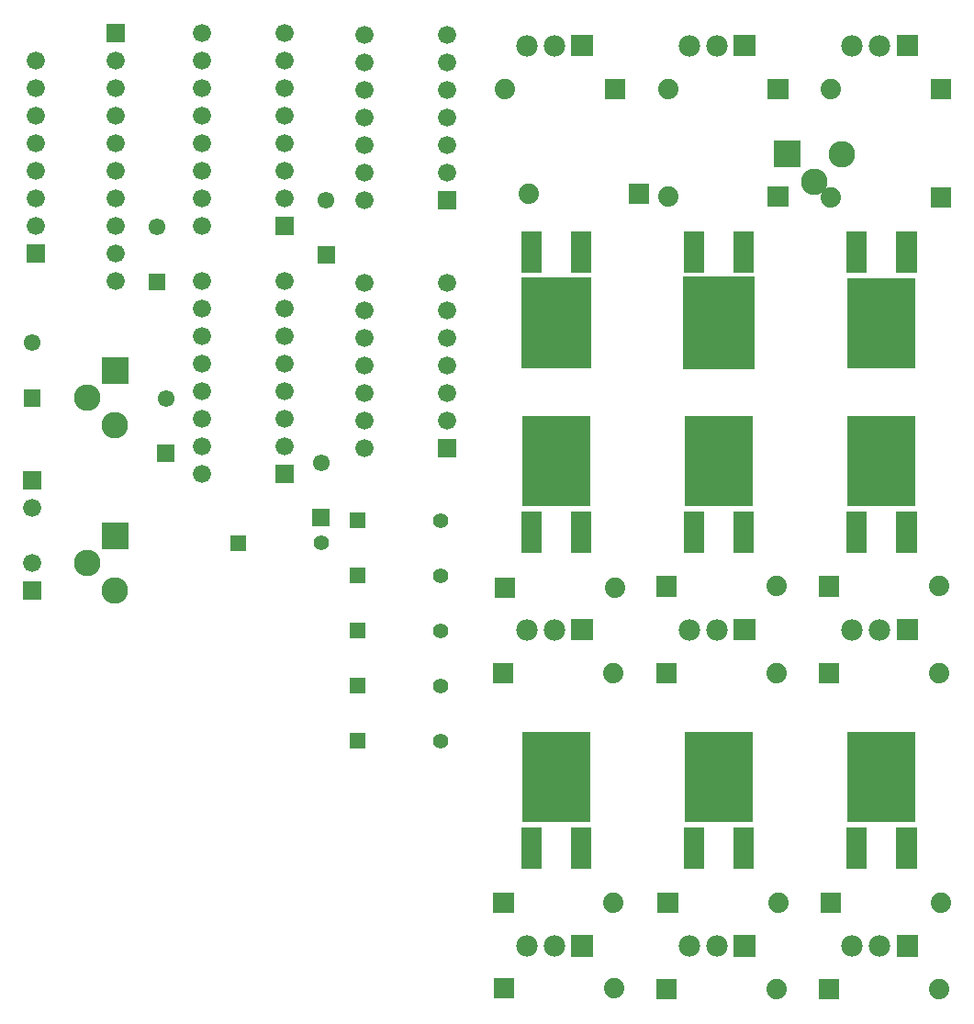
<source format=gts>
G04 start of page 5 for group -4063 idx -4063 *
G04 Title: (unknown), componentmask *
G04 Creator: pcb 20110918 *
G04 CreationDate: Sat 30 Nov 2013 01:26:29 GMT UTC *
G04 For: ksarkies *
G04 Format: Gerber/RS-274X *
G04 PCB-Dimensions: 393701 393701 *
G04 PCB-Coordinate-Origin: lower left *
%MOIN*%
%FSLAX25Y25*%
%LNTOPMASK*%
%ADD93R,0.2528X0.2528*%
%ADD92R,0.2578X0.2578*%
%ADD91R,0.0746X0.0746*%
%ADD90R,0.2478X0.2478*%
%ADD89C,0.0740*%
%ADD88C,0.0780*%
%ADD87C,0.0560*%
%ADD86C,0.0960*%
%ADD85C,0.0610*%
%ADD84C,0.0001*%
%ADD83C,0.0660*%
G54D83*X60648Y344963D03*
Y334963D03*
Y324963D03*
Y314963D03*
G54D84*G36*
X57348Y378263D02*Y371663D01*
X63948D01*
Y378263D01*
X57348D01*
G37*
G54D83*X60648Y364963D03*
Y354963D03*
Y304963D03*
Y294963D03*
G54D84*G36*
X72541Y287775D02*Y281675D01*
X78641D01*
Y287775D01*
X72541D01*
G37*
G54D85*X75591Y304725D03*
G54D83*X60648Y284963D03*
G54D84*G36*
X55455Y257405D02*Y247805D01*
X65055D01*
Y257405D01*
X55455D01*
G37*
G54D86*X50255Y242605D03*
X60255Y232605D03*
G54D84*G36*
X26955Y215905D02*Y209305D01*
X33555D01*
Y215905D01*
X26955D01*
G37*
G54D83*X30255Y202605D03*
G54D84*G36*
X26955Y175905D02*Y169305D01*
X33555D01*
Y175905D01*
X26955D01*
G37*
G54D83*X30255Y182605D03*
G54D84*G36*
X27205Y245655D02*Y239555D01*
X33305D01*
Y245655D01*
X27205D01*
G37*
G54D85*X30255Y262605D03*
G54D84*G36*
X55455Y197405D02*Y187805D01*
X65055D01*
Y197405D01*
X55455D01*
G37*
G54D86*X50255Y182605D03*
X60255Y172605D03*
G54D84*G36*
X28134Y298263D02*Y291663D01*
X34734D01*
Y298263D01*
X28134D01*
G37*
G54D83*X31434Y304963D03*
Y314963D03*
Y324963D03*
Y334963D03*
Y344963D03*
Y354963D03*
Y364963D03*
G54D84*G36*
X102258Y192728D02*Y187128D01*
X107858D01*
Y192728D01*
X102258D01*
G37*
G54D87*X135058Y189928D03*
G54D84*G36*
X118451Y218267D02*Y211667D01*
X125051D01*
Y218267D01*
X118451D01*
G37*
G36*
X75690Y225570D02*Y219470D01*
X81790D01*
Y225570D01*
X75690D01*
G37*
G54D85*X78740Y242520D03*
G54D84*G36*
X131989Y202263D02*Y196163D01*
X138089D01*
Y202263D01*
X131989D01*
G37*
G54D85*X135039Y219213D03*
G54D83*X91751Y374967D03*
Y364967D03*
Y354967D03*
Y344967D03*
Y334967D03*
Y324967D03*
Y314967D03*
Y304967D03*
Y284967D03*
Y274967D03*
Y264967D03*
Y254967D03*
Y244967D03*
Y234967D03*
Y224967D03*
Y214967D03*
G54D84*G36*
X225961Y47607D02*Y39807D01*
X233761D01*
Y47607D01*
X225961D01*
G37*
G54D88*X219861Y43707D03*
X209861D03*
G54D84*G36*
X197893Y32053D02*Y24653D01*
X205293D01*
Y32053D01*
X197893D01*
G37*
G54D89*X241593Y28353D03*
G54D84*G36*
X197658Y63155D02*Y55755D01*
X205058D01*
Y63155D01*
X197658D01*
G37*
G36*
X198052Y177487D02*Y170087D01*
X205452D01*
Y177487D01*
X198052D01*
G37*
G36*
X145565Y180917D02*Y175317D01*
X151165D01*
Y180917D01*
X145565D01*
G37*
G54D87*X178365Y178117D03*
G54D84*G36*
X145565Y200917D02*Y195317D01*
X151165D01*
Y200917D01*
X145565D01*
G37*
G54D87*X178365Y198117D03*
G54D89*X241752Y173787D03*
X241160Y142622D03*
G54D84*G36*
X197460Y146322D02*Y138922D01*
X204860D01*
Y146322D01*
X197460D01*
G37*
G54D87*X178365Y118117D03*
Y138117D03*
Y158117D03*
G54D84*G36*
X145565Y120917D02*Y115317D01*
X151165D01*
Y120917D01*
X145565D01*
G37*
G36*
Y140917D02*Y135317D01*
X151165D01*
Y140917D01*
X145565D01*
G37*
G36*
Y160917D02*Y155317D01*
X151165D01*
Y160917D01*
X145565D01*
G37*
G36*
X225961Y162410D02*Y154610D01*
X233761D01*
Y162410D01*
X225961D01*
G37*
G54D88*X219861Y158510D03*
X209861D03*
G54D89*X241358Y59455D03*
G54D84*G36*
X316398Y63155D02*Y55755D01*
X323798D01*
Y63155D01*
X316398D01*
G37*
G54D89*X360098Y59455D03*
G54D84*G36*
X257343Y63155D02*Y55755D01*
X264743D01*
Y63155D01*
X257343D01*
G37*
G54D89*X301043Y59455D03*
G54D84*G36*
X256713Y31659D02*Y24259D01*
X264113D01*
Y31659D01*
X256713D01*
G37*
G54D89*X300413Y27959D03*
G54D84*G36*
X315768Y31659D02*Y24259D01*
X323168D01*
Y31659D01*
X315768D01*
G37*
G54D89*X359468Y27959D03*
G54D84*G36*
X285017Y47607D02*Y39807D01*
X292817D01*
Y47607D01*
X285017D01*
G37*
G54D88*X278917Y43707D03*
X268917D03*
G54D84*G36*
X344072Y47607D02*Y39807D01*
X351872D01*
Y47607D01*
X344072D01*
G37*
G54D88*X337972Y43707D03*
X327972D03*
G54D84*G36*
X256713Y177958D02*Y170558D01*
X264113D01*
Y177958D01*
X256713D01*
G37*
G36*
Y146462D02*Y139062D01*
X264113D01*
Y146462D01*
X256713D01*
G37*
G54D89*X300413Y174258D03*
G54D84*G36*
X315768Y177958D02*Y170558D01*
X323168D01*
Y177958D01*
X315768D01*
G37*
G54D89*X359468Y174258D03*
G54D84*G36*
X344072Y162410D02*Y154610D01*
X351872D01*
Y162410D01*
X344072D01*
G37*
G54D88*X337972Y158510D03*
X327972D03*
G54D84*G36*
X315768Y146462D02*Y139062D01*
X323168D01*
Y146462D01*
X315768D01*
G37*
G54D89*X359468Y142762D03*
G54D84*G36*
X285017Y162410D02*Y154610D01*
X292817D01*
Y162410D01*
X285017D01*
G37*
G54D89*X300413Y142762D03*
G54D88*X278917Y158510D03*
X268917D03*
G54D84*G36*
X118451Y308267D02*Y301667D01*
X125051D01*
Y308267D01*
X118451D01*
G37*
G54D83*X121751Y314967D03*
Y324967D03*
Y334967D03*
Y344967D03*
Y354967D03*
Y364967D03*
Y374967D03*
G54D84*G36*
X297343Y319454D02*Y312054D01*
X304743D01*
Y319454D01*
X297343D01*
G37*
G54D89*X261043Y315754D03*
G54D84*G36*
X246889Y320472D02*Y313072D01*
X254289D01*
Y320472D01*
X246889D01*
G37*
G54D89*X210589Y316772D03*
G54D84*G36*
X177506Y317716D02*Y311116D01*
X184106D01*
Y317716D01*
X177506D01*
G37*
G54D83*X180806Y324416D03*
G54D84*G36*
X238287Y358431D02*Y351031D01*
X245687D01*
Y358431D01*
X238287D01*
G37*
G36*
X225961Y374379D02*Y366579D01*
X233761D01*
Y374379D01*
X225961D01*
G37*
G54D88*X219861Y370479D03*
X209861D03*
G54D83*X121751Y224967D03*
Y234967D03*
Y244967D03*
Y254967D03*
Y264967D03*
Y274967D03*
Y284967D03*
G54D84*G36*
X133958Y297617D02*Y291517D01*
X140058D01*
Y297617D01*
X133958D01*
G37*
G54D85*X137008Y314567D03*
G54D84*G36*
X177506Y227716D02*Y221116D01*
X184106D01*
Y227716D01*
X177506D01*
G37*
G54D83*X180806Y234416D03*
Y244416D03*
Y254416D03*
Y264416D03*
Y274416D03*
Y284416D03*
X150806D03*
Y274416D03*
Y264416D03*
Y254416D03*
Y244416D03*
Y234416D03*
Y224416D03*
G54D89*X201987Y354731D03*
G54D83*X180806Y334416D03*
Y344416D03*
Y354416D03*
Y364416D03*
Y374416D03*
X150806D03*
Y364416D03*
Y354416D03*
Y344416D03*
Y334416D03*
Y324416D03*
Y314416D03*
G54D89*X261043Y354731D03*
G54D84*G36*
X285017Y374379D02*Y366579D01*
X292817D01*
Y374379D01*
X285017D01*
G37*
G54D88*X278917Y370479D03*
X268917D03*
G54D84*G36*
X299550Y335909D02*Y326309D01*
X309150D01*
Y335909D01*
X299550D01*
G37*
G54D86*X314350Y321109D03*
G54D89*X320098Y315361D03*
G54D86*X324350Y331109D03*
G54D84*G36*
X297343Y358431D02*Y351031D01*
X304743D01*
Y358431D01*
X297343D01*
G37*
G36*
X356398D02*Y351031D01*
X363798D01*
Y358431D01*
X356398D01*
G37*
G54D89*X320098Y354731D03*
G54D84*G36*
X344072Y374379D02*Y366579D01*
X351872D01*
Y374379D01*
X344072D01*
G37*
G54D88*X337972Y370479D03*
X327972D03*
G54D84*G36*
X356398Y319061D02*Y311661D01*
X363798D01*
Y319061D01*
X356398D01*
G37*
G54D90*X220491Y223669D02*Y215795D01*
X279547Y223669D02*Y215795D01*
G54D91*X229546Y197684D02*Y190203D01*
X288602Y197684D02*Y190203D01*
X270492Y197684D02*Y190203D01*
X347657Y197684D02*Y190203D01*
X329547Y197684D02*Y190203D01*
X211436Y197684D02*Y190203D01*
G54D90*X338602Y223669D02*Y215795D01*
G54D92*X279547Y273824D02*Y265950D01*
G54D91*X270492Y299416D02*Y291935D01*
X288602Y299416D02*Y291935D01*
G54D90*X338602Y273824D02*Y265950D01*
G54D91*X329547Y299416D02*Y291935D01*
X347657Y299416D02*Y291935D01*
G54D93*X220491Y273824D02*Y265950D01*
G54D91*X211436Y299416D02*Y291935D01*
X229546Y299416D02*Y291935D01*
G54D90*X279547Y108866D02*Y100992D01*
G54D91*X288602Y82881D02*Y75400D01*
X270492Y82881D02*Y75400D01*
G54D90*X220491Y108866D02*Y100992D01*
G54D91*X229546Y82881D02*Y75400D01*
G54D90*X338602Y108866D02*Y100992D01*
G54D91*X347657Y82881D02*Y75400D01*
X329547Y82881D02*Y75400D01*
X211436Y82881D02*Y75400D01*
M02*

</source>
